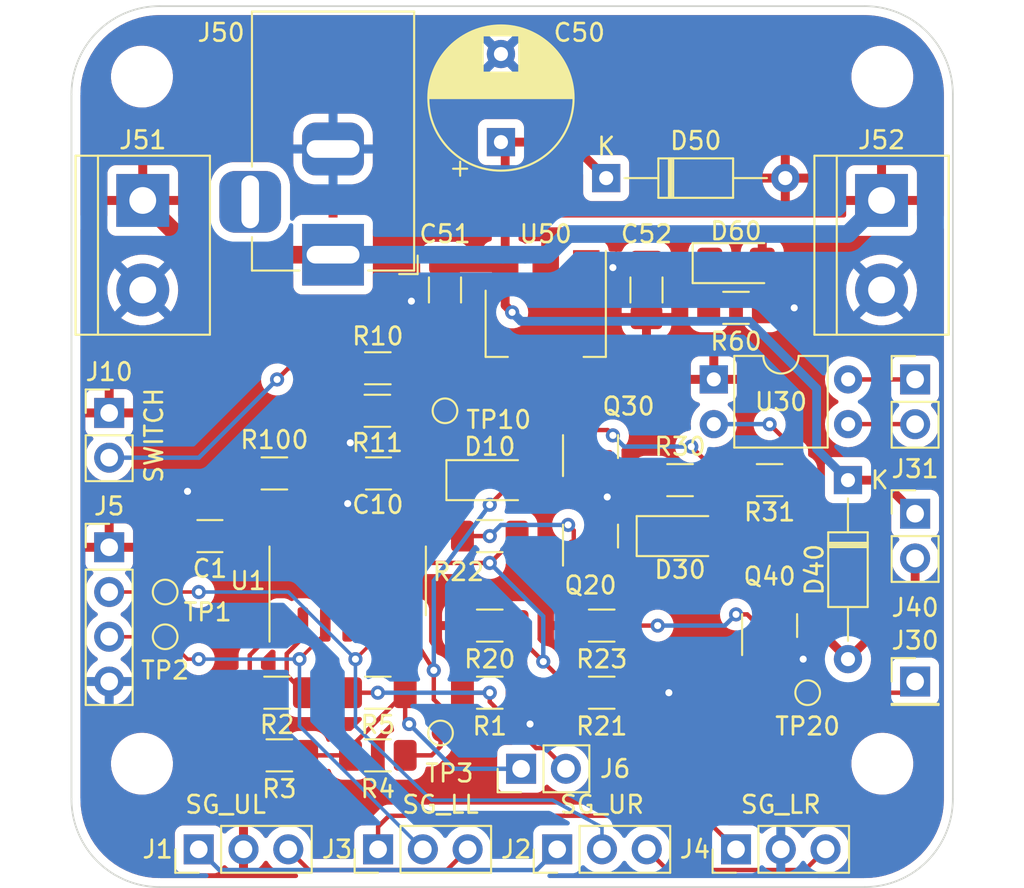
<source format=kicad_pcb>
(kicad_pcb (version 20211014) (generator pcbnew)
  (layers (0 "F.Cu" signal) (31 "B.Cu" signal) (34 "B.Paste" user) (35 "F.Paste" user) (36 "B.SilkS" user "B.Silkscreen") (37 "F.SilkS" user "F.Silkscreen") (38 "B.Mask" user) (39 "F.Mask" user) (44 "Edge.Cuts" user))
  (net 0 "")
  (net 1 "E+")
  (net 2 "E-")
  (net 3 "DEBOUNCED")
  (net 4 "+12V")
  (net 5 "DIFF")
  (net 6 "Net-(D30-Pad1)")
  (net 7 "Net-(D40-Pad2)")
  (net 8 "+12VA")
  (net 9 "Net-(J1-Pad1)")
  (net 10 "Net-(J1-Pad3)")
  (net 11 "S+")
  (net 12 "Net-(J2-Pad3)")
  (net 13 "Net-(J3-Pad1)")
  (net 14 "S-")
  (net 15 "SWITCH")
  (net 16 "PRESENCE")
  (net 17 "Net-(J31-Pad1)")
  (net 18 "Net-(J31-Pad2)")
  (net 19 "Net-(Q20-Pad1)")
  (net 20 "Net-(Q30-Pad3)")
  (net 21 "Net-(R1-Pad1)")
  (net 22 "Net-(R2-Pad2)")
  (net 23 "Net-(R3-Pad2)")
  (net 24 "Net-(R20-Pad2)")
  (net 25 "Net-(R31-Pad1)")
  (net 26 "Net-(R100-Pad1)")
  (net 27 "Net-(R100-Pad2)")
  (net 28 "Net-(D60-Pad1)")
  (footprint "Package_TO_SOT_SMD:SOT-23" (layer "F.Cu") (at 89.605 85.16 90)
    (fp_text reference "Q40" (at 2.794 0 180) (layer "F.SilkS"))
    (fp_text value "AO3400A")
    (pad "1" smd roundrect (at -0.9375 -0.95 90) (size 1.475 0.6) (layers "F.Cu" "F.Paste" "F.Mask") (net 16 "PRESENCE"))
    (pad "2" smd roundrect (at -0.9375 0.95 90) (size 1.475 0.6) (layers "F.Cu" "F.Paste" "F.Mask") (net 2 "E-"))
    (pad "3" smd roundrect (at 0.9375 0 90) (size 1.475 0.6) (layers "F.Cu" "F.Paste" "F.Mask") (net 7 "Net-(D40-Pad2)"))
  )
  (footprint "Package_TO_SOT_SMD:SOT-223-3_TabPin2" (layer "F.Cu") (at 76.905 68 -90)
    (fp_text reference "U50" (at -5.065 0 180) (layer "F.SilkS"))
    (fp_text value "AMS1117-5.0")
    (pad "1" smd rect (at -3.15 -2.3 270) (size 2 1.5) (layers "F.Cu" "F.Paste" "F.Mask") (net 2 "E-"))
    (pad "2" smd rect (at 3.15 0 270) (size 2 3.8) (layers "F.Cu" "F.Paste" "F.Mask") (net 1 "E+"))
    (pad "2" smd rect (at -3.15 0 270) (size 2 1.5) (layers "F.Cu" "F.Paste" "F.Mask") (net 1 "E+"))
    (pad "3" smd rect (at -3.15 2.3 270) (size 2 1.5) (layers "F.Cu" "F.Paste" "F.Mask") (net 4 "+12V"))
  )
  (footprint "Connector_PinHeader_2.54mm:PinHeader_1x02_P2.54mm_Vertical" (layer "F.Cu") (at 97.86 78.81)
    (fp_text reference "J40" (at 0 5.334) (layer "F.SilkS"))
    (fp_text value "EXTERNAL_LOAD")
    (pad "1" thru_hole rect (at 0 0) (size 1.7 1.7) (drill 1) (layers *.Cu *.Mask) (net 4 "+12V"))
    (pad "2" thru_hole oval (at 0 2.54) (size 1.7 1.7) (drill 1) (layers *.Cu *.Mask) (net 7 "Net-(D40-Pad2)"))
  )
  (footprint "Connector_PinHeader_2.54mm:PinHeader_1x02_P2.54mm_Vertical" (layer "F.Cu") (at 97.86 71.19)
    (fp_text reference "J31" (at 0 5.08) (layer "F.SilkS"))
    (fp_text value "OPTO_OUT")
    (pad "1" thru_hole rect (at 0 0) (size 1.7 1.7) (drill 1) (layers *.Cu *.Mask) (net 17 "Net-(J31-Pad1)"))
    (pad "2" thru_hole oval (at 0 2.54) (size 1.7 1.7) (drill 1) (layers *.Cu *.Mask) (net 18 "Net-(J31-Pad2)"))
  )
  (footprint "MountingHole:MountingHole_2.5mm" (layer "F.Cu") (at 96 93)
    (fp_text reference "REF**")
    (fp_text value "MountingHole_2.5mm")
    (pad "" np_thru_hole circle (at 0 0) (size 2.5 2.5) (drill 2.5) (layers *.Cu *.Mask))
  )
  (footprint "Connector_BarrelJack:BarrelJack_Horizontal" (layer "F.Cu") (at 64.84 64.109 -90)
    (fp_text reference "J50" (at -12.604 6.35) (layer "F.SilkS"))
    (fp_text value "12V_IN")
    (pad "1" thru_hole rect (at 0 0 270) (size 3.5 3.5) (drill oval 1 3) (layers *.Cu *.Mask) (net 8 "+12VA"))
    (pad "2" thru_hole roundrect (at -6 0 270) (size 3 3.5) (drill oval 1 3) (layers *.Cu *.Mask) (net 2 "E-"))
    (pad "3" thru_hole roundrect (at -3 4.7 270) (size 3.5 3.5) (drill oval 3 1) (layers *.Cu *.Mask))
  )
  (footprint "Diode_SMD:D_1206_3216Metric_Pad1.42x1.75mm_HandSolder" (layer "F.Cu") (at 73.73 76.905)
    (fp_text reference "D10" (at 0 -1.905) (layer "F.SilkS"))
    (fp_text value "1N4001")
    (pad "1" smd roundrect (at -1.4875 0) (size 1.425 1.75) (layers "F.Cu" "F.Paste" "F.Mask") (roundrect_rratio 0.175439) (net 3 "DEBOUNCED"))
    (pad "2" smd roundrect (at 1.4875 0) (size 1.425 1.75) (layers "F.Cu" "F.Paste" "F.Mask") (roundrect_rratio 0.175439) (net 5 "DIFF"))
  )
  (footprint "Resistor_SMD:R_1206_3216Metric_Pad1.30x1.75mm_HandSolder" (layer "F.Cu") (at 73.73 85.16)
    (fp_text reference "R20" (at 0 1.905) (layer "F.SilkS"))
    (fp_text value "10K")
    (pad "1" smd roundrect (at -1.55 0) (size 1.3 1.75) (layers "F.Cu" "F.Paste" "F.Mask") (roundrect_rratio 0.192308) (net 1 "E+"))
    (pad "2" smd roundrect (at 1.55 0) (size 1.3 1.75) (layers "F.Cu" "F.Paste" "F.Mask") (roundrect_rratio 0.192308) (net 24 "Net-(R20-Pad2)"))
  )
  (footprint "TerminalBlock:TerminalBlock_bornier-2_P5.08mm" (layer "F.Cu") (at 54.045 61.03 -90)
    (fp_text reference "J51" (at -3.429 0 180) (layer "F.SilkS"))
    (fp_text value "POWER_DIST_A")
    (pad "1" thru_hole rect (at 0 0 270) (size 3 3) (drill 1.52) (layers *.Cu *.Mask) (net 8 "+12VA"))
    (pad "2" thru_hole circle (at 5.08 0 270) (size 3 3) (drill 1.52) (layers *.Cu *.Mask) (net 2 "E-"))
  )
  (footprint "Resistor_SMD:R_1206_3216Metric_Pad1.30x1.75mm_HandSolder" (layer "F.Cu") (at 80.08 88.97)
    (fp_text reference "R21" (at 0 1.905) (layer "F.SilkS"))
    (fp_text value "10K")
    (pad "1" smd roundrect (at -1.55 0) (size 1.3 1.75) (layers "F.Cu" "F.Paste" "F.Mask") (roundrect_rratio 0.192308) (net 24 "Net-(R20-Pad2)"))
    (pad "2" smd roundrect (at 1.55 0) (size 1.3 1.75) (layers "F.Cu" "F.Paste" "F.Mask") (roundrect_rratio 0.192308) (net 2 "E-"))
  )
  (footprint "Connector_PinHeader_2.54mm:PinHeader_1x01_P2.54mm_Vertical" (layer "F.Cu") (at 97.86 88.335)
    (fp_text reference "J30" (at 0 -2.33) (layer "F.SilkS"))
    (fp_text value "DIGITAL_OUT_5V")
    (pad "1" thru_hole rect (at 0 0) (size 1.7 1.7) (drill 1) (layers *.Cu *.Mask) (net 16 "PRESENCE"))
  )
  (footprint "Capacitor_SMD:C_1206_3216Metric_Pad1.33x1.80mm_HandSolder" (layer "F.Cu") (at 57.855 80.08 180)
    (fp_text reference "C1" (at 0 -1.85) (layer "F.SilkS"))
    (fp_text value "100nF")
    (pad "1" smd roundrect (at -1.5625 0 180) (size 1.325 1.8) (layers "F.Cu" "F.Paste" "F.Mask") (roundrect_rratio 0.188679) (net 1 "E+"))
    (pad "2" smd roundrect (at 1.5625 0 180) (size 1.325 1.8) (layers "F.Cu" "F.Paste" "F.Mask") (roundrect_rratio 0.188679) (net 2 "E-"))
  )
  (footprint "Connector_PinHeader_2.54mm:PinHeader_1x02_P2.54mm_Vertical" (layer "F.Cu") (at 52.14 73.09)
    (fp_text reference "J10" (at 0 -2.33) (layer "F.SilkS"))
    (fp_text value "SWITCH" (at 2.54 1.27 90) (layer "F.SilkS"))
    (pad "1" thru_hole rect (at 0 0) (size 1.7 1.7) (drill 1) (layers *.Cu *.Mask) (net 1 "E+"))
    (pad "2" thru_hole oval (at 0 2.54) (size 1.7 1.7) (drill 1) (layers *.Cu *.Mask) (net 15 "SWITCH"))
  )
  (footprint "Connector_PinHeader_2.54mm:PinHeader_1x03_P2.54mm_Vertical" (layer "F.Cu") (at 77.555 97.86 90)
    (fp_text reference "J2" (at 0 -2.33 180) (layer "F.SilkS"))
    (fp_text value "SG_UR" (at 2.54 2.54 180) (layer "F.SilkS"))
    (pad "1" thru_hole rect (at 0 0 90) (size 1.7 1.7) (drill 1) (layers *.Cu *.Mask) (net 9 "Net-(J1-Pad1)"))
    (pad "2" thru_hole oval (at 0 2.54 90) (size 1.7 1.7) (drill 1) (layers *.Cu *.Mask) (net 11 "S+"))
    (pad "3" thru_hole oval (at 0 5.08 90) (size 1.7 1.7) (drill 1) (layers *.Cu *.Mask) (net 12 "Net-(J2-Pad3)"))
  )
  (footprint "Resistor_SMD:R_1206_3216Metric_Pad1.30x1.75mm_HandSolder" (layer "F.Cu") (at 67.38 92.526)
    (fp_text reference "R4" (at 0 1.905) (layer "F.SilkS"))
    (fp_text value "100K")
    (pad "1" smd roundrect (at -1.55 0) (size 1.3 1.75) (layers "F.Cu" "F.Paste" "F.Mask") (roundrect_rratio 0.192308) (net 23 "Net-(R3-Pad2)"))
    (pad "2" smd roundrect (at 1.55 0) (size 1.3 1.75) (layers "F.Cu" "F.Paste" "F.Mask") (roundrect_rratio 0.192308) (net 5 "DIFF"))
  )
  (footprint "Resistor_SMD:R_1206_3216Metric_Pad1.30x1.75mm_HandSolder" (layer "F.Cu") (at 84.525 76.905)
    (fp_text reference "R30" (at 0 -1.905) (layer "F.SilkS"))
    (fp_text value "220")
    (pad "1" smd roundrect (at -1.55 0) (size 1.3 1.75) (layers "F.Cu" "F.Paste" "F.Mask") (roundrect_rratio 0.192308) (net 6 "Net-(D30-Pad1)"))
    (pad "2" smd roundrect (at 1.55 0) (size 1.3 1.75) (layers "F.Cu" "F.Paste" "F.Mask") (roundrect_rratio 0.192308) (net 20 "Net-(Q30-Pad3)"))
  )
  (footprint "Resistor_SMD:R_1206_3216Metric_Pad1.30x1.75mm_HandSolder" (layer "F.Cu") (at 61.792 92.526)
    (fp_text reference "R3" (at 0 1.905) (layer "F.SilkS"))
    (fp_text value "1K")
    (pad "1" smd roundrect (at -1.55 0) (size 1.3 1.75) (layers "F.Cu" "F.Paste" "F.Mask") (roundrect_rratio 0.192308) (net 22 "Net-(R2-Pad2)"))
    (pad "2" smd roundrect (at 1.55 0) (size 1.3 1.75) (layers "F.Cu" "F.Paste" "F.Mask") (roundrect_rratio 0.192308) (net 23 "Net-(R3-Pad2)"))
  )
  (footprint "TestPoint:TestPoint_Pad_D1.0mm" (layer "F.Cu") (at 55.315 85.795)
    (fp_text reference "TP2" (at 0 1.905) (layer "F.SilkS"))
    (fp_text value "SenseLow")
    (pad "1" smd circle (at 0 0) (size 1 1) (layers "F.Cu" "F.Mask") (net 14 "S-"))
  )
  (footprint "Diode_THT:D_DO-35_SOD27_P10.16mm_Horizontal" (layer "F.Cu") (at 80.334 59.76)
    (fp_text reference "D50" (at 5.08 -2.12) (layer "F.SilkS"))
    (fp_text value "1N5400")
    (fp_text user "K" (at 0 -1.8) (layer "F.SilkS"))
    (pad "1" thru_hole rect (at 0 0) (size 1.6 1.6) (drill 0.8) (layers *.Cu *.Mask) (net 4 "+12V"))
    (pad "2" thru_hole oval (at 10.16 0) (size 1.6 1.6) (drill 0.8) (layers *.Cu *.Mask) (net 8 "+12VA"))
  )
  (footprint "TestPoint:TestPoint_Pad_D1.0mm" (layer "F.Cu") (at 55.315 83.255)
    (fp_text reference "TP1" (at 2.413 1.143) (layer "F.SilkS"))
    (fp_text value "SenseHigh")
    (pad "1" smd circle (at 0 0) (size 1 1) (layers "F.Cu" "F.Mask") (net 11 "S+"))
  )
  (footprint "TestPoint:TestPoint_Pad_D1.0mm" (layer "F.Cu") (at 91.764 88.97)
    (fp_text reference "TP20" (at 0 1.905) (layer "F.SilkS"))
    (fp_text value "Presence")
    (pad "1" smd circle (at 0 0) (size 1 1) (layers "F.Cu" "F.Mask") (net 16 "PRESENCE"))
  )
  (footprint "Package_TO_SOT_SMD:SOT-23" (layer "F.Cu") (at 79.445 75 90)
    (fp_text reference "Q30" (at 2.286 2.159 180) (layer "F.SilkS"))
    (fp_text value "AO3400A")
    (pad "1" smd roundrect (at -0.9375 -0.95 90) (size 1.475 0.6) (layers "F.Cu" "F.Paste" "F.Mask") (net 16 "PRESENCE"))
    (pad "2" smd roundrect (at -0.9375 0.95 90) (size 1.475 0.6) (layers "F.Cu" "F.Paste" "F.Mask") (net 2 "E-"))
    (pad "3" smd roundrect (at 0.9375 0 90) (size 1.475 0.6) (layers "F.Cu" "F.Paste" "F.Mask") (net 20 "Net-(Q30-Pad3)"))
  )
  (footprint "Capacitor_SMD:C_1206_3216Metric_Pad1.33x1.80mm_HandSolder" (layer "F.Cu") (at 71.19 66.11 -90)
    (fp_text reference "C51" (at -3.175 0 180) (layer "F.SilkS"))
    (fp_text value "100nF")
    (pad "1" smd roundrect (at -1.5625 0 270) (size 1.325 1.8) (layers "F.Cu" "F.Paste" "F.Mask") (roundrect_rratio 0.188679) (net 4 "+12V"))
    (pad "2" smd roundrect (at 1.5625 0 270) (size 1.325 1.8) (layers "F.Cu" "F.Paste" "F.Mask") (roundrect_rratio 0.188679) (net 2 "E-"))
  )
  (footprint "Resistor_SMD:R_1206_3216Metric_Pad1.30x1.75mm_HandSolder" (layer "F.Cu") (at 67.38 70.555)
    (fp_text reference "R10" (at 0 -1.82) (layer "F.SilkS"))
    (fp_text value "1K")
    (pad "1" smd roundrect (at -1.55 0) (size 1.3 1.75) (layers "F.Cu" "F.Paste" "F.Mask") (roundrect_rratio 0.192308) (net 15 "SWITCH"))
    (pad "2" smd roundrect (at 1.55 0) (size 1.3 1.75) (layers "F.Cu" "F.Paste" "F.Mask") (roundrect_rratio 0.192308) (net 3 "DEBOUNCED"))
  )
  (footprint "Capacitor_THT:CP_Radial_D8.0mm_P5.00mm" (layer "F.Cu") (at 74.365 57.717651 90)
    (fp_text reference "C50" (at 6.212651 4.445 180) (layer "F.SilkS"))
    (fp_text value "C_Polarized")
    (pad "1" thru_hole rect (at 0 0 90) (size 1.6 1.6) (drill 0.8) (layers *.Cu *.Mask) (net 4 "+12V"))
    (pad "2" thru_hole circle (at 5 0 90) (size 1.6 1.6) (drill 0.8) (layers *.Cu *.Mask) (net 2 "E-"))
  )
  (footprint "MountingHole:MountingHole_2.5mm" (layer "F.Cu") (at 54 93)
    (fp_text reference "REF**")
    (fp_text value "MountingHole_2.5mm")
    (pad "" np_thru_hole circle (at 0 0) (size 2.5 2.5) (drill 2.5) (layers *.Cu *.Mask))
  )
  (footprint "TestPoint:TestPoint_Pad_D1.0mm" (layer "F.Cu") (at 70.936 91.256)
    (fp_text reference "TP3" (at 0.508 2.286) (layer "F.SilkS"))
    (fp_text value "Difference")
    (pad "1" smd circle (at 0 0) (size 1 1) (layers "F.Cu" "F.Mask") (net 5 "DIFF"))
  )
  (footprint "TestPoint:TestPoint_Pad_D1.0mm" (layer "F.Cu") (at 71.19 72.968)
    (fp_text reference "TP10" (at 3.048 0.508) (layer "F.SilkS"))
    (fp_text value "Debunced")
    (pad "1" smd circle (at 0 0) (size 1 1) (layers "F.Cu" "F.Mask") (net 3 "DEBOUNCED"))
  )
  (footprint "Connector_PinHeader_2.54mm:PinHeader_1x03_P2.54mm_Vertical" (layer "F.Cu") (at 67.395 97.86 90)
    (fp_text reference "J3" (at 0 -2.33 180) (layer "F.SilkS"))
    (fp_text value "SG_LL" (at 2.54 3.541 180) (layer "F.SilkS"))
    (pad "1" thru_hole rect (at 0 0 90) (size 1.7 1.7) (drill 1) (layers *.Cu *.Mask) (net 13 "Net-(J3-Pad1)"))
    (pad "2" thru_hole oval (at 0 2.54 90) (size 1.7 1.7) (drill 1) (layers *.Cu *.Mask) (net 14 "S-"))
    (pad "3" thru_hole oval (at 0 5.08 90) (size 1.7 1.7) (drill 1) (layers *.Cu *.Mask) (net 10 "Net-(J1-Pad3)"))
  )
  (footprint "Resistor_SMD:R_1206_3216Metric_Pad1.30x1.75mm_HandSolder" (layer "F.Cu") (at 61.665 88.97 180)
    (fp_text reference "R2" (at 0 -1.82) (layer "F.SilkS"))
    (fp_text value "1K")
    (pad "1" smd roundrect (at -1.55 0 180) (size 1.3 1.75) (layers "F.Cu" "F.Paste" "F.Mask") (roundrect_rratio 0.192308) (net 21 "Net-(R1-Pad1)"))
    (pad "2" smd roundrect (at 1.55 0 180) (size 1.3 1.75) (layers "F.Cu" "F.Paste" "F.Mask") (roundrect_rratio 0.192308) (net 22 "Net-(R2-Pad2)"))
  )
  (footprint "Resistor_SMD:R_1206_3216Metric_Pad1.30x1.75mm_HandSolder" (layer "F.Cu") (at 89.605 76.905 180)
    (fp_text reference "R31" (at 0 -1.82) (layer "F.SilkS"))
    (fp_text value "220")
    (pad "1" smd roundrect (at -1.55 0 180) (size 1.3 1.75) (layers "F.Cu" "F.Paste" "F.Mask") (roundrect_rratio 0.192308) (net 25 "Net-(R31-Pad1)"))
    (pad "2" smd roundrect (at 1.55 0 180) (size 1.3 1.75) (layers "F.Cu" "F.Paste" "F.Mask") (roundrect_rratio 0.192308) (net 20 "Net-(Q30-Pad3)"))
  )
  (footprint "Resistor_SMD:R_1206_3216Metric_Pad1.30x1.75mm_HandSolder" (layer "F.Cu") (at 73.73 88.97)
    (fp_text reference "R1" (at 0 1.905) (layer "F.SilkS"))
    (fp_text value "100K")
    (pad "1" smd roundrect (at -1.55 0) (size 1.3 1.75) (layers "F.Cu" "F.Paste" "F.Mask") (roundrect_rratio 0.192308) (net 21 "Net-(R1-Pad1)"))
    (pad "2" smd roundrect (at 1.55 0) (size 1.3 1.75) (layers "F.Cu" "F.Paste" "F.Mask") (roundrect_rratio 0.192308) (net 2 "E-"))
  )
  (footprint "Resistor_SMD:R_1206_3216Metric_Pad1.30x1.75mm_HandSolder" (layer "F.Cu") (at 61.512 76.524 180)
    (fp_text reference "R100" (at 0 1.905) (layer "F.SilkS"))
    (fp_text value "10K")
    (pad "1" smd roundrect (at -1.55 0 180) (size 1.3 1.75) (layers "F.Cu" "F.Paste" "F.Mask") (roundrect_rratio 0.192308) (net 26 "Net-(R100-Pad1)"))
    (pad "2" smd roundrect (at 1.55 0 180) (size 1.3 1.75) (layers "F.Cu" "F.Paste" "F.Mask") (roundrect_rratio 0.192308) (net 27 "Net-(R100-Pad2)"))
  )
  (footprint "Resistor_SMD:R_1206_3216Metric_Pad1.30x1.75mm_HandSolder" (layer "F.Cu") (at 80.08 85.16)
    (fp_text reference "R23" (at 0 1.905) (layer "F.SilkS"))
    (fp_text value "10K")
    (pad "1" smd roundrect (at -1.55 0) (size 1.3 1.75) (layers "F.Cu" "F.Paste" "F.Mask") (roundrect_rratio 0.192308) (net 1 "E+"))
    (pad "2" smd roundrect (at 1.55 0) (size 1.3 1.75) (layers "F.Cu" "F.Paste" "F.Mask") (roundrect_rratio 0.192308) (net 16 "PRESENCE"))
  )
  (footprint "Capacitor_SMD:C_1206_3216Metric_Pad1.33x1.80mm_HandSolder" (layer "F.Cu") (at 67.4185 76.524 180)
    (fp_text reference "C10" (at 0.0385 -1.778) (layer "F.SilkS"))
    (fp_text value "C")
    (pad "1" smd roundrect (at -1.5625 0 180) (size 1.325 1.8) (layers "F.Cu" "F.Paste" "F.Mask") (roundrect_rratio 0.188679) (net 3 "DEBOUNCED"))
    (pad "2" smd roundrect (at 1.5625 0 180) (size 1.325 1.8) (layers "F.Cu" "F.Paste" "F.Mask") (roundrect_rratio 0.188679) (net 2 "E-"))
  )
  (footprint "LED_SMD:LED_1206_3216Metric_Pad1.42x1.75mm_HandSolder" (layer "F.Cu") (at 84.525 80.08)
    (fp_text reference "D30" (at 0 1.905) (layer "F.SilkS"))
    (fp_text value "LED")
    (pad "1" smd roundrect (at -1.4875 0) (size 1.425 1.75) (layers "F.Cu" "F.Paste" "F.Mask") (roundrect_rratio 0.175439) (net 6 "Net-(D30-Pad1)"))
    (pad "2" smd roundrect (at 1.4875 0) (size 1.425 1.75) (layers "F.Cu" "F.Paste" "F.Mask") (roundrect_rratio 0.175439) (net 1 "E+"))
  )
  (footprint "MountingHole:MountingHole_2.5mm" (layer "F.Cu") (at 96 54)
    (fp_text reference "REF**")
    (fp_text value "MountingHole_2.5mm")
    (pad "" np_thru_hole circle (at 0 0) (size 2.5 2.5) (drill 2.5) (layers *.Cu *.Mask))
  )
  (footprint "Connector_PinHeader_2.54mm:PinHeader_1x03_P2.54mm_Vertical" (layer "F.Cu") (at 57.22 97.86 90)
    (fp_text reference "J1" (at 0 -2.33 180) (layer "F.SilkS"))
    (fp_text value "SG_UL" (at 2.54 1.524 180) (layer "F.SilkS"))
    (pad "1" thru_hole rect (at 0 0 90) (size 1.7 1.7) (drill 1) (layers *.Cu *.Mask) (net 9 "Net-(J1-Pad1)"))
    (pad "2" thru_hole oval (at 0 2.54 90) (size 1.7 1.7) (drill 1) (layers *.Cu *.Mask) (net 1 "E+"))
    (pad "3" thru_hole oval (at 0 5.08 90) (size 1.7 1.7) (drill 1) (layers *.Cu *.Mask) (net 10 "Net-(J1-Pad3)"))
  )
  (footprint "Connector_PinHeader_2.54mm:PinHeader_1x04_P2.54mm_Vertical" (layer "F.Cu") (at 52.14 80.715)
    (fp_text reference "J5" (at 0 -2.33) (layer "F.SilkS"))
    (fp_text value "BRIDGE")
    (pad "1" thru_hole rect (at 0 0) (size 1.7 1.7) (drill 1) (layers *.Cu *.Mask) (net 1 "E+"))
    (pad "2" thru_hole oval (at 0 2.54) (size 1.7 1.7) (drill 1) (layers *.Cu *.Mask) (net 11 "S+"))
    (pad "3" thru_hole oval (at 0 5.08) (size 1.7 1.7) (drill 1) (layers *.Cu *.Mask) (net 14 "S-"))
    (pad "4" thru_hole oval (at 0 7.62) (size 1.7 1.7) (drill 1) (layers *.Cu *.Mask) (net 2 "E-"))
  )
  (footprint "Resistor_SMD:R_1206_3216Metric_Pad1.30x1.75mm_HandSolder" (layer "F.Cu") (at 67.38 88.97 180)
    (fp_text reference "R5" (at 0 -1.82) (layer "F.SilkS"))
    (fp_text value "47")
    (pad "1" smd roundrect (at -1.55 0 180) (size 1.3 1.75) (layers "F.Cu" "F.Paste" "F.Mask") (roundrect_rratio 0.192308) (net 23 "Net-(R3-Pad2)"))
    (pad "2" smd roundrect (at 1.55 0 180) (size 1.3 1.75) (layers "F.Cu" "F.Paste" "F.Mask") (roundrect_rratio 0.192308) (net 21 "Net-(R1-Pad1)"))
  )
  (footprint "Package_SO:SOIC-14_3.9x8.7mm_P1.27mm" (layer "F.Cu") (at 65.67 82.62 90)
    (fp_text reference "U1" (at 0 -5.656 180) (layer "F.SilkS"))
    (fp_text value "LM324")
    (pad "1" smd roundrect (at -2.475 -3.81 90) (size 1.95 0.6) (layers "F.Cu" "F.Paste" "F.Mask") (net 22 "Net-(R2-Pad2)"))
    (pad "2" smd roundrect (at -2.475 -2.54 90) (size 1.95 0.6) (layers "F.Cu" "F.Paste" "F.Mask") (net 21 "Net-(R1-Pad1)"))
    (pad "3" smd roundrect (at -2.475 -1.27 90) (size 1.95 0.6) (layers "F.Cu" "F.Paste" "F.Mask") (net 14 "S-"))
    (pad "4" smd roundrect (at -2.475 0 90) (size 1.95 0.6) (layers "F.Cu" "F.Paste" "F.Mask") (net 1 "E+"))
    (pad "5" smd roundrect (at -2.475 1.27 90) (size 1.95 0.6) (layers "F.Cu" "F.Paste" "F.Mask") (net 11 "S+"))
    (pad "6" smd roundrect (at -2.475 2.54 90) (size 1.95 0.6) (layers "F.Cu" "F.Paste" "F.Mask") (net 23 "Net-(R3-Pad2)"))
    (pad "7" smd roundrect (at -2.475 3.81 90) (size 1.95 0.6) (layers "F.Cu" "F.Paste" "F.Mask") (net 5 "DIFF"))
    (pad "8" smd roundrect (at 2.475 3.81 90) (size 1.95 0.6) (layers "F.Cu" "F.Paste" "F.Mask") (net 19 "Net-(Q20-Pad1)"))
    (pad "9" smd roundrect (at 2.475 2.54 90) (size 1.95 0.6) (layers "F.Cu" "F.Paste" "F.Mask") (net 3 "DEBOUNCED"))
    (pad "10" smd roundrect (at 2.475 1.27 90) (size 1.95 0.6) (layers "F.Cu" "F.Paste" "F.Mask") (net 24 "Net-(R20-Pad2)"))
    (pad "11" smd roundrect (at 2.475 0 90) (size 1.95 0.6) (layers "F.Cu" "F.Paste" "F.Mask") (net 2 "E-"))
    (pad "12" smd roundrect (at 2.475 -1.27 90) (size 1.95 0.6) (layers "F.Cu" "F.Paste" "F.Mask") (net 2 "E-"))
    (pad "13" smd roundrect (at 2.475 -2.54 90) (size 1.95 0.6) (layers "F.Cu" "F.Paste" "F.Mask") (net 26 "Net-(R100-Pad1)"))
    (pad "14" smd roundrect (at 2.475 -3.81 90) (size 1.95 0.6) (layers "F.Cu" "F.Paste" "F.Mask") (net 27 "Net-(R100-Pad2)"))
  )
  (footprint "Diode_THT:D_DO-35_SOD27_P10.16mm_Horizontal" (layer "F.Cu") (at 94.05 76.905 -90)
    (fp_text reference "D40" (at 5.08 1.905 -90) (layer "F.SilkS"))
    (fp_text value "1N5400")
    (fp_text user "K" (at 0 -1.8) (layer "F.SilkS"))
    (pad "1" thru_hole rect (at 0 0 270) (size 1.6 1.6) (drill 0.8) (layers *.Cu *.Mask) (net 4 "+12V"))
    (pad "2" thru_hole oval (at 10.16 0 270) (size 1.6 1.6) (drill 0.8) (layers *.Cu *.Mask) (net 7 "Net-(D40-Pad2)"))
  )
  (footprint "Resistor_SMD:R_1206_3216Metric_Pad1.30x1.75mm_HandSolder" (layer "F.Cu") (at 67.354 72.968 180)
    (fp_text reference "R11" (at 0 -1.82) (layer "F.SilkS"))
    (fp_text value "R")
    (pad "1" smd roundrect (at -1.55 0 180) (size 1.3 1.75) (layers "F.Cu" "F.Paste" "F.Mask") (roundrect_rratio 0.192308) (net 3 "DEBOUNCED"))
    (pad "2" smd roundrect (at 1.55 0 180) (size 1.3 1.75) (layers "F.Cu" "F.Paste" "F.Mask") (roundrect_rratio 0.192308) (net 2 "E-"))
  )
  (footprint "Package_DIP:DIP-4_W7.62mm" (layer "F.Cu") (at 86.44 71.185)
    (fp_text reference "U30" (at 3.81 1.275) (layer "F.SilkS"))
    (fp_text value "PC817")
    (pad "1" thru_hole rect (at 0 0) (size 1.6 1.6) (drill 0.8) (layers *.Cu *.Mask) (net 1 "E+"))
    (pad "2" thru_hole oval (at 0 2.54) (size 1.6 1.6) (drill 0.8) (layers *.Cu *.Mask) (net 25 "Net-(R31-Pad1)"))
    (pad "3" thru_hole oval (at 7.62 2.54) (size 1.6 1.6) (drill 0.8) (layers *.Cu *.Mask) (net 18 "Net-(J31-Pad2)"))
    (pad "4" thru_hole oval (at 7.62 0) (size 1.6 1.6) (drill 0.8) (layers *.Cu *.Mask) (net 17 "Net-(J31-Pad1)"))
  )
  (footprint "Connector_PinHeader_2.54mm:PinHeader_1x03_P2.54mm_Vertical" (layer "F.Cu") (at 87.7 97.86 90)
    (fp_text reference "J4" (at 0 -2.33 180) (layer "F.SilkS"))
    (fp_text value "SG_LR" (at 2.54 2.54 180) (layer "F.SilkS"))
    (pad "1" thru_hole rect (at 0 0 90) (size 1.7 1.7) (drill 1) (layers *.Cu *.Mask) (net 13 "Net-(J3-Pad1)"))
    (pad "2" thru_hole oval (at 0 2.54 90) (size 1.7 1.7) (drill 1) (layers *.Cu *.Mask) (net 2 "E-"))
    (pad "3" thru_hole oval (at 0 5.08 90) (size 1.7 1.7) (drill 1) (layers *.Cu *.Mask) (net 12 "Net-(J2-Pad3)"))
  )
  (footprint "TerminalBlock:TerminalBlock_bornier-2_P5.08mm" (layer "F.Cu") (at 95.955 61.03 -90)
    (fp_text reference "J52" (at -3.429 0 180) (layer "F.SilkS"))
    (fp_text value "POWER_DIST_B")
    (pad "1" thru_hole rect (at 0 0 270) (size 3 3) (drill 1.52) (layers *.Cu *.Mask) (net 8 "+12VA"))
    (pad "2" thru_hole circle (at 5.08 0 270) (size 3 3) (drill 1.52) (layers *.Cu *.Mask) (net 2 "E-"))
  )
  (footprint "LED_SMD:LED_1206_3216Metric_Pad1.42x1.75mm_HandSolder" (layer "F.Cu") (at 87.7 64.586)
    (fp_text reference "D60" (at 0 -1.82) (layer "F.SilkS"))
    (fp_text value "LED")
    (pad "1" smd roundrect (at -1.4875 0) (size 1.425 1.75) (layers "F.Cu" "F.Paste" "F.Mask") (roundrect_rratio 0.175439) (net 28 "Net-(D60-Pad1)"))
    (pad "2" smd roundrect (at 1.4875 0) (size 1.425 1.75) (layers "F.Cu" "F.Paste" "F.Mask") (roundrect_rratio 0.175439) (net 1 "E+"))
  )
  (footprint "Resistor_SMD:R_1206_3216Metric_Pad1.30x1.75mm_HandSolder" (layer "F.Cu") (at 73.73 80.08 180)
    (fp_text reference "R22" (at 1.778 -2.032) (layer "F.SilkS"))
    (fp_text value "47K")
    (pad "1" smd roundrect (at -1.55 0 180) (size 1.3 1.75) (layers "F.Cu" "F.Paste" "F.Mask") (roundrect_rratio 0.192308) (net 24 "Net-(R20-Pad2)"))
    (pad "2" smd roundrect (at 1.55 0 180) (size 1.3 1.75) (layers "F.Cu" "F.Paste" "F.Mask") (roundrect_rratio 0.192308) (net 19 "Net-(Q20-Pad1)"))
  )
  (footprint "Connector_PinHeader_2.54mm:PinHeader_1x02_P2.54mm_Vertical" (layer "F.Cu") (at 75.508 93.288 90)
    (fp_text reference "J6" (at 0 5.334 180) (layer "F.SilkS"))
    (fp_text value "GAIN")
    (pad "1" thru_hole rect (at 0 0 90) (size 1.7 1.7) (drill 1) (layers *.Cu *.Mask) (net 23 "Net-(R3-Pad2)"))
    (pad "2" thru_hole oval (at 0 2.54 90) (size 1.7 1.7) (drill 1) (layers *.Cu *.Mask) (net 21 "Net-(R1-Pad1)"))
  )
  (footprint "MountingHole:MountingHole_2.5mm" (layer "F.Cu") (at 54 54)
    (fp_text reference "REF**")
    (fp_text value "MountingHole_2.5mm")
    (pad "" np_thru_hole circle (at 0 0) (size 2.5 2.5) (drill 2.5) (layers *.Cu *.Mask))
  )
  (footprint "Package_TO_SOT_SMD:SOT-23" (layer "F.Cu") (at 79.445 80.08 90)
    (fp_text reference "Q20" (at -2.794 0 180) (layer "F.SilkS"))
    (fp_text value "AO3400A")
    (pad "1" smd roundrect (at -0.9375 -0.95 90) (size 1.475 0.6) (layers "F.Cu" "F.Paste" "F.Mask") (net 19 "Net-(Q20-Pad1)"))
    (pad "2" smd roundrect (at -0.9375 0.95 90) (size 1.475 0.6) (layers "F.Cu" "F.Paste" "F.Mask") (net 2 "E-"))
    (pad "3" smd roundrect (at 0.9375 0 90) (size 1.475 0.6) (layers "F.Cu" "F.Paste" "F.Mask") (net 16 "PRESENCE"))
  )
  (footprint "Resistor_SMD:R_1206_3216Metric_Pad1.30x1.75mm_HandSolder" (layer "F.Cu") (at 87.7 67.126)
    (fp_text reference "R60" (at 0 1.905 180) (layer "F.SilkS"))
    (fp_text value "220")
    (pad "1" smd roundrect (at -1.55 0) (size 1.3 1.75) (layers "F.Cu" "F.Paste" "F.Mask") (roundrect_rratio 0.192308) (net 28 "Net-(D60-Pad1)"))
    (pad "2" smd roundrect (at 1.55 0) (size 1.3 1.75) (layers "F.Cu" "F.Paste" "F.Mask") (roundrect_rratio 0.192308) (net 2 "E-"))
  )
  (footprint "Capacitor_SMD:C_1206_3216Metric_Pad1.33x1.80mm_HandSolder" (layer "F.Cu") (at 82.62 66.11 90)
    (fp_text reference "C52" (at 3.175 0 180) (layer "F.SilkS"))
    (fp_text value "100nF")
    (pad "1" smd roundrect (at -1.5625 0 90) (size 1.325 1.8) (layers "F.Cu" "F.Paste" "F.Mask") (roundrect_rratio 0.188679) (net 1 "E+"))
    (pad "2" smd roundrect (at 1.5625 0 90) (size 1.325 1.8) (layers "F.Cu" "F.Paste" "F.Mask") (roundrect_rratio 0.188679) (net 2 "E-"))
  )
  (gr_arc (start 95 50) (mid 98.535534 51.464466) (end 100 55) (layer "Edge.Cuts") (width 0.1))
  (gr_line (start 95 100) (end 55 100) (layer "Edge.Cuts") (width 0.1))
  (gr_arc (start 100 95) (mid 98.535534 98.535534) (end 95 100) (layer "Edge.Cuts") (width 0.1))
  (gr_arc (start 50 55) (mid 51.464466 51.464466) (end 55 50) (layer "Edge.Cuts") (width 0.1))
  (gr_line (start 100 55) (end 100 95) (layer "Edge.Cuts") (width 0.1))
  (gr_arc (start 55 100) (mid 51.464466 98.535534) (end 50 95) (layer "Edge.Cuts") (width 0.1))
  (gr_line (start 55 50) (end 95 50) (layer "Edge.Cuts") (width 0.1))
  (gr_line (start 50 95) (end 50 55) (layer "Edge.Cuts") (width 0.1))
  (segment (start 81.63 88.97) (end 83.89 88.97) (width 0.2) (layer "F.Cu") (net 2))
  (segment (start 65.8175 76.905) (end 65.8175 74.7845) (width 0.2) (layer "F.Cu") (net 2))
  (segment (start 90.555 86.0975) (end 90.555 86.11) (width 0.2) (layer "F.Cu") (net 2))
  (segment (start 82.62 64.5475) (end 81.0075 64.5475) (width 0.2) (layer "F.Cu") (net 2))
  (segment (start 64.4 80.145) (end 65.67 80.145) (width 0.2) (layer "F.Cu") (net 2))
  (segment (start 79.205 64.85) (end 80.705 64.85) (width 0.2) (layer "F.Cu") (net 2))
  (segment (start 56.2925 80.08) (end 56.2925 77.8325) (width 0.2) (layer "F.Cu") (net 2))
  (segment (start 90.555 86.11) (end 91.51 87.065) (width 0.5) (layer "F.Cu") (net 2))
  (segment (start 80.395 77.86) (end 80.395 81.0175) (width 0.2) (layer "F.Cu") (net 2))
  (segment (start 75.28 90.012) (end 75.28 88.97) (width 0.2) (layer "F.Cu") (net 2))
  (segment (start 69.285 66.745) (end 71.19 67.6725) (width 0.2) (layer "F.Cu") (net 2))
  (segment (start 76.016 90.748) (end 75.28 90.012) (width 0.2) (layer "F.Cu") (net 2))
  (segment (start 65.8175 73.7425) (end 65.83 73.73) (width 0.2) (layer "F.Cu") (net 2))
  (segment (start 80.705 64.85) (end 80.715 64.84) (width 0.2) (layer "F.Cu") (net 2))
  (segment (start 65.8175 74.7845) (end 65.8175 73.7425) (width 0.2) (layer "F.Cu") (net 2))
  (segment (start 56.2925 77.8325) (end 56.585 77.54) (width 0.2) (layer "F.Cu") (net 2))
  (segment (start 91.002 67.126) (end 89.25 67.126) (width 0.2) (layer "F.Cu") (net 2))
  (segment (start 65.67 77.0525) (end 65.8175 76.905) (width 0.2) (layer "F.Cu") (net 2))
  (segment (start 65.67 80.145) (end 65.67 78.234) (width 0.2) (layer "F.Cu") (net 2))
  (segment (start 80.395 75.9375) (end 80.395 77.86) (width 0.2) (layer "F.Cu") (net 2))
  (segment (start 65.67 78.234) (end 65.67 77.0525) (width 0.2) (layer "F.Cu") (net 2))
  (segment (start 81.0075 64.5475) (end 80.715 64.84) (width 0.2) (layer "F.Cu") (net 2))
  (via (at 83.89 88.97) (size 0.8) (drill 0.4) (layers "F.Cu" "B.Cu") (net 2))
  (via (at 91.51 87.065) (size 0.8) (drill 0.4) (layers "F.Cu" "B.Cu") (net 2))
  (via (at 65.8175 74.7845) (size 0.8) (drill 0.4) (layers "F.Cu" "B.Cu") (net 2))
  (via (at 56.585 77.54) (size 0.8) (drill 0.4) (layers "F.Cu" "B.Cu") (net 2))
  (via (at 80.715 64.84) (size 0.8) (drill 0.4) (layers "F.Cu" "B.Cu") (net 2))
  (via (at 76.016 90.748) (size 0.8) (drill 0.4) (layers "F.Cu" "B.Cu") (net 2))
  (via (at 65.67 78.234) (size 0.8) (drill 0.4) (layers "F.Cu" "B.Cu") (net 2))
  (via (at 91.002 67.126) (size 0.8) (drill 0.4) (layers "F.Cu" "B.Cu") (net 2))
  (via (at 69.285 66.745) (size 0.8) (drill 0.4) (layers "F.Cu" "B.Cu") (net 2))
  (via (at 80.395 77.86) (size 0.8) (drill 0.4) (layers "F.Cu" "B.Cu") (net 2))
  (segment (start 68.93 72.942) (end 68.904 72.968) (width 0.25) (layer "F.Cu") (net 3))
  (segment (start 68.21 77.6375) (end 68.9425 76.905) (width 0.25) (layer "F.Cu") (net 3))
  (segment (start 72.2425 76.905) (end 68.9425 76.905) (width 0.25) (layer "F.Cu") (net 3))
  (segment (start 68.93 70.555) (end 68.93 72.942) (width 0.25) (layer "F.Cu") (net 3))
  (segment (start 68.21 80.145) (end 68.21 77.6375) (width 0.25) (layer "F.Cu") (net 3))
  (segment (start 68.904 72.968) (end 71.19 72.968) (width 0.25) (layer "F.Cu") (net 3))
  (segment (start 68.93 76.8925) (end 68.9425 76.905) (width 0.25) (layer "F.Cu") (net 3))
  (segment (start 68.93 73.73) (end 68.93 76.8925) (width 0.25) (layer "F.Cu") (net 3))
  (segment (start 75 67.38) (end 74.605 66.985) (width 0.5) (layer "F.Cu") (net 4))
  (segment (start 74.365 57.717651) (end 78.291651 57.717651) (width 0.5) (layer "F.Cu") (net 4))
  (segment (start 74.605 64.85) (end 71.4925 64.85) (width 0.5) (layer "F.Cu") (net 4))
  (segment (start 74.605 66.985) (end 74.605 64.85) (width 0.5) (layer "F.Cu") (net 4))
  (segment (start 78.291651 57.717651) (end 80.334 59.76) (width 0.5) (layer "F.Cu") (net 4))
  (segment (start 71.4925 64.85) (end 71.19 64.5475) (width 0.5) (layer "F.Cu") (net 4))
  (segment (start 94.05 76.905) (end 95.955 76.905) (width 0.5) (layer "F.Cu") (net 4))
  (segment (start 95.955 76.905) (end 97.86 78.81) (width 0.5) (layer "F.Cu") (net 4))
  (segment (start 74.605 64.85) (end 74.605 57.957651) (width 0.5) (layer "F.Cu") (net 4))
  (segment (start 74.605 57.957651) (end 74.365 57.717651) (width 0.5) (layer "F.Cu") (net 4))
  (via (at 75 67.38) (size 0.8) (drill 0.4) (layers "F.Cu" "B.Cu") (net 4))
  (segment (start 75 67.38) (end 75.508 67.888) (width 0.5) (layer "B.Cu") (net 4))
  (segment (start 88.462 67.888) (end 92.272 71.698) (width 0.5) (layer "B.Cu") (net 4))
  (segment (start 94.05 76.905) (end 92.272 75.127) (width 0.5) (layer "B.Cu") (net 4))
  (segment (start 75.508 67.888) (end 88.462 67.888) (width 0.5) (layer "B.Cu") (net 4))
  (segment (start 92.272 71.698) (end 92.272 75.127) (width 0.5) (layer "B.Cu") (net 4))
  (segment (start 70.555 87.7) (end 69.48 85.99) (width 0.25) (layer "F.Cu") (net 5))
  (segment (start 70.428 92.526) (end 70.936 92.018) (width 0.25) (layer "F.Cu") (net 5))
  (segment (start 69.48 85.99) (end 69.48 85.095) (width 0.25) (layer "F.Cu") (net 5))
  (segment (start 70.555 89.351) (end 70.936 89.732) (width 0.25) (layer "F.Cu") (net 5))
  (segment (start 70.936 89.732) (end 70.936 91.256) (width 0.25) (layer "F.Cu") (net 5))
  (segment (start 70.936 92.018) (end 70.936 91.256) (width 0.25) (layer "F.Cu") (net 5))
  (segment (start 70.555 87.7) (end 70.555 89.351) (width 0.25) (layer "F.Cu") (net 5))
  (segment (start 75.2175 76.905) (end 75.127 76.905) (width 0.25) (layer "F.Cu") (net 5))
  (segment (start 75.127 76.905) (end 73.73 78.302) (width 0.25) (layer "F.Cu") (net 5))
  (segment (start 68.93 92.526) (end 70.428 92.526) (width 0.25) (layer "F.Cu") (net 5))
  (via (at 70.555 87.7) (size 0.8) (drill 0.4) (layers "F.Cu" "B.Cu") (net 5))
  (via (at 73.73 78.302) (size 0.8) (drill 0.4) (layers "F.Cu" "B.Cu") (net 5))
  (segment (start 70.555 87.7) (end 70.555 82.62) (width 0.25) (layer "B.Cu") (net 5))
  (segment (start 70.555 82.62) (end 73.73 78.302) (width 0.25) (layer "B.Cu") (net 5))
  (segment (start 82.975 80.0175) (end 83.0375 80.08) (width 0.25) (layer "F.Cu") (net 6))
  (segment (start 82.975 76.905) (end 82.975 80.0175) (width 0.25) (layer "F.Cu") (net 6))
  (segment (start 89.605 84.2225) (end 91.2075 84.2225) (width 0.5) (layer "F.Cu") (net 7))
  (segment (start 97.86 83.255) (end 94.05 87.065) (width 0.5) (layer "F.Cu") (net 7))
  (segment (start 91.2075 84.2225) (end 94.05 87.065) (width 0.5) (layer "F.Cu") (net 7))
  (segment (start 97.86 81.35) (end 97.86 83.255) (width 0.5) (layer "F.Cu") (net 7))
  (segment (start 54.045 61.03) (end 57.124 64.109) (width 1) (layer "F.Cu") (net 8))
  (segment (start 57.124 64.109) (end 64.84 64.109) (width 1) (layer "F.Cu") (net 8))
  (segment (start 69.381 64.109) (end 74.461 64.109) (width 1) (layer "B.Cu") (net 8))
  (segment (start 75.731 64.109) (end 77.001 64.109) (width 1) (layer "B.Cu") (net 8))
  (segment (start 95.955 61.03) (end 94.05 62.935) (width 1) (layer "B.Cu") (net 8))
  (segment (start 74.461 64.109) (end 75.731 64.109) (width 1) (layer "B.Cu") (net 8))
  (segment (start 78.175 62.935) (end 77.001 64.109) (width 1) (layer "B.Cu") (net 8))
  (segment (start 64.84 64.109) (end 69.381 64.109) (width 1) (layer "B.Cu") (net 8))
  (segment (start 94.05 62.935) (end 78.175 62.935) (width 1) (layer "B.Cu") (net 8))
  (segment (start 58.394511 99.034511) (end 76.380489 99.034511) (width 0.25) (layer "B.Cu") (net 9))
  (segment (start 57.22 97.86) (end 58.394511 99.034511) (width 0.25) (layer "B.Cu") (net 9))
  (segment (start 76.380489 99.034511) (end 77.555 97.86) (width 0.25) (layer "B.Cu") (net 9))
  (segment (start 63.474511 99.034511) (end 71.300489 99.034511) (width 0.25) (layer "F.Cu") (net 10))
  (segment (start 62.3 97.86) (end 63.474511 99.034511) (width 0.25) (layer "F.Cu") (net 10))
  (segment (start 71.300489 99.034511) (end 72.475 97.86) (width 0.25) (layer "F.Cu") (net 10))
  (segment (start 52.14 83.255) (end 55.315 83.255) (width 0.2) (layer "F.Cu") (net 11))
  (segment (start 66.94 86.235) (end 66.11 87.065) (width 0.2) (layer "F.Cu") (net 11))
  (segment (start 66.94 85.095) (end 66.94 86.235) (width 0.2) (layer "F.Cu") (net 11))
  (segment (start 57.22 83.255) (end 55.315 83.255) (width 0.2) (layer "F.Cu") (net 11))
  (via (at 57.22 83.255) (size 0.8) (drill 0.4) (layers "F.Cu" "B.Cu") (net 11))
  (via (at 66.11 87.065) (size 0.8) (drill 0.4) (layers "F.Cu" "B.Cu") (net 11))
  (segment (start 80.095 96.605) (end 77.286 95.066) (width 0.2) (layer "B.Cu") (net 11))
  (segment (start 66.11 87.065) (end 62.3 83.255) (width 0.2) (layer "B.Cu") (net 11))
  (segment (start 80.095 97.86) (end 80.095 96.605) (width 0.2) (layer "B.Cu") (net 11))
  (segment (start 62.3 83.255) (end 57.22 83.255) (width 0.2) (layer "B.Cu") (net 11))
  (segment (start 66.11 90.875) (end 66.11 87.065) (width 0.2) (layer "B.Cu") (net 11))
  (segment (start 70.428 95.066) (end 66.11 90.875) (width 0.2) (layer "B.Cu") (net 11))
  (segment (start 77.286 95.066) (end 70.428 95.066) (width 0.2) (layer "B.Cu") (net 11))
  (segment (start 91.605489 99.034511) (end 83.809511 99.034511) (width 0.25) (layer "F.Cu") (net 12))
  (segment (start 83.809511 99.034511) (end 82.635 97.86) (width 0.25) (layer "F.Cu") (net 12))
  (segment (start 92.78 97.86) (end 91.605489 99.034511) (width 0.25) (layer "F.Cu") (net 12))
  (segment (start 67.395 96.575) (end 68.015 95.955) (width 0.25) (layer "F.Cu") (net 13))
  (segment (start 68.015 95.955) (end 85.795 95.955) (width 0.25) (layer "F.Cu") (net 13))
  (segment (start 85.795 95.955) (end 87.7 97.86) (width 0.25) (layer "F.Cu") (net 13))
  (segment (start 67.395 97.86) (end 67.395 96.575) (width 0.25) (layer "F.Cu") (net 13))
  (segment (start 64.4 85.6) (end 62.935 87.065) (width 0.2) (layer "F.Cu") (net 14))
  (segment (start 56.585 87.065) (end 55.315 85.795) (width 0.2) (layer "F.Cu") (net 14))
  (segment (start 64.4 85.095) (end 64.4 85.6) (width 0.2) (layer "F.Cu") (net 14))
  (segment (start 52.14 85.795) (end 55.315 85.795) (width 0.2) (layer "F.Cu") (net 14))
  (segment (start 57.22 87.065) (end 56.585 87.065) (width 0.2) (layer "F.Cu") (net 14))
  (via (at 62.935 87.065) (size 0.8) (drill 0.4) (layers "F.Cu" "B.Cu") (net 14))
  (via (at 57.22 87.065) (size 0.8) (drill 0.4) (layers "F.Cu" "B.Cu") (net 14))
  (segment (start 62.935 87.065) (end 57.22 87.065) (width 0.2) (layer "B.Cu") (net 14))
  (segment (start 62.935 87.065) (end 62.935 90.86) (width 0.2) (layer "B.Cu") (net 14))
  (segment (start 62.935 90.86) (end 69.935 97.86) (width 0.2) (layer "B.Cu") (net 14))
  (segment (start 62.3 70.555) (end 61.665 71.19) (width 0.25) (layer "F.Cu") (net 15))
  (segment (start 65.83 70.555) (end 62.3 70.555) (width 0.25) (layer "F.Cu") (net 15))
  (via (at 61.665 71.19) (size 0.8) (drill 0.4) (layers "F.Cu" "B.Cu") (net 15))
  (segment (start 57.225 75.63) (end 52.14 75.63) (width 0.25) (layer "B.Cu") (net 15))
  (segment (start 61.665 71.19) (end 57.225 75.63) (width 0.25) (layer "B.Cu") (net 15))
  (segment (start 81.63 83.661072) (end 81.63 85.16) (width 0.25) (layer "F.Cu") (net 16))
  (segment (start 90.494 88.97) (end 91.764 88.97) (width 0.25) (layer "F.Cu") (net 16))
  (segment (start 88.655 84.845) (end 88.655 86.0975) (width 0.25) (layer "F.Cu") (net 16))
  (segment (start 88.655 87.131) (end 90.494 88.97) (width 0.25) (layer "F.Cu") (net 16))
  (segment (start 87.7 84.525) (end 88.335 84.525) (width 0.25) (layer "F.Cu") (net 16))
  (segment (start 81.63 85.16) (end 83.255 85.16) (width 0.25) (layer "F.Cu") (net 16))
  (segment (start 88.655 86.0975) (end 88.655 87.131) (width 0.25) (layer "F.Cu") (net 16))
  (segment (start 78.495 75.9375) (end 78.495 76.59) (width 0.25) (layer "F.Cu") (net 16))
  (segment (start 97.225 88.97) (end 97.86 88.335) (width 0.25) (layer "F.Cu") (net 16))
  (segment (start 88.335 84.525) (end 88.655 84.845) (width 0.25) (layer "F.Cu") (net 16))
  (segment (start 91.764 88.97) (end 97.225 88.97) (width 0.25) (layer "F.Cu") (net 16))
  (segment (start 79.445 79.1425) (end 79.445 81.985) (width 0.25) (layer "F.Cu") (net 16))
  (segment (start 79.445 81.985) (end 81.63 83.661072) (width 0.25) (layer "F.Cu") (net 16))
  (segment (start 78.495 76.59) (end 79.445 77.54) (width 0.25) (layer "F.Cu") (net 16))
  (segment (start 79.445 77.54) (end 79.445 79.1425) (width 0.25) (layer "F.Cu") (net 16))
  (via (at 87.7 84.525) (size 0.8) (drill 0.4) (layers "F.Cu" "B.Cu") (net 16))
  (via (at 83.255 85.16) (size 0.8) (drill 0.4) (layers "F.Cu" "B.Cu") (net 16))
  (segment (start 83.255 85.16) (end 87.065 85.16) (width 0.25) (layer "B.Cu") (net 16))
  (segment (start 87.065 85.16) (end 87.7 84.525) (width 0.25) (layer "B.Cu") (net 16))
  (segment (start 97.86 71.19) (end 94.065 71.19) (width 0.25) (layer "F.Cu") (net 17))
  (segment (start 94.065 71.19) (end 94.06 71.185) (width 0.25) (layer "F.Cu") (net 17))
  (segment (start 94.06 73.725) (end 97.855 73.725) (width 0.25) (layer "F.Cu") (net 18))
  (segment (start 97.855 73.725) (end 97.86 73.73) (width 0.25) (layer "F.Cu") (net 18))
  (segment (start 78.495 79.765) (end 78.175 79.445) (width 0.25) (layer "F.Cu") (net 19))
  (segment (start 72.115 80.145) (end 72.18 80.08) (width 0.25) (layer "F.Cu") (net 19))
  (segment (start 69.48 80.145) (end 72.115 80.145) (width 0.25) (layer "F.Cu") (net 19))
  (segment (start 78.495 81.0175) (end 78.495 79.765) (width 0.25) (layer "F.Cu") (net 19))
  (segment (start 72.18 80.08) (end 73.73 80.08) (width 0.25) (layer "F.Cu") (net 19))
  (via (at 78.175 79.445) (size 0.8) (drill 0.4) (layers "F.Cu" "B.Cu") (net 19))
  (via (at 73.73 80.08) (size 0.8) (drill 0.4) (layers "F.Cu" "B.Cu") (net 19))
  (segment (start 73.73 80.08) (end 74.365 79.445) (width 0.25) (layer "B.Cu") (net 19))
  (segment (start 74.365 79.445) (end 78.175 79.445) (width 0.25) (layer "B.Cu") (net 19))
  (segment (start 86.075 75.915) (end 86.075 76.905) (width 0.25) (layer "F.Cu") (net 20))
  (segment (start 80.4125 74.0625) (end 80.715 74.365) (width 0.25) (layer "F.Cu") (net 20))
  (segment (start 79.445 74.0625) (end 80.4125 74.0625) (width 0.25) (layer "F.Cu") (net 20))
  (segment (start 85.16 75) (end 86.075 75.915) (width 0.25) (layer "F.Cu") (net 20))
  (segment (start 86.075 76.905) (end 88.055 76.905) (width 0.25) (layer "F.Cu") (net 20))
  (via (at 85.16 75) (size 0.8) (drill 0.4) (layers "F.Cu" "B.Cu") (net 20))
  (via (at 80.715 74.365) (size 0.8) (drill 0.4) (layers "F.Cu" "B.Cu") (net 20))
  (segment (start 81.35 75) (end 85.16 75) (width 0.25) (layer "B.Cu") (net 20))
  (segment (start 80.715 74.365) (end 81.35 75) (width 0.25) (layer "B.Cu") (net 20))
  (segment (start 72.18 88.97) (end 73.73 88.97) (width 0.25) (layer "F.Cu") (net 21))
  (segment (start 76.873489 92.113489) (end 78.048 93.288) (width 0.25) (layer "F.Cu") (net 21))
  (segment (start 62.210499 86.764901) (end 62.210499 87.965499) (width 0.25) (layer "F.Cu") (net 21))
  (segment (start 63.215 88.97) (end 65.83 88.97) (width 0.25) (layer "F.Cu") (net 21))
  (segment (start 63.13 85.8454) (end 62.210499 86.764901) (width 0.25) (layer "F.Cu") (net 21))
  (segment (start 73.73 88.97) (end 73.73 89.486614) (width 0.25) (layer "F.Cu") (net 21))
  (segment (start 63.13 85.095) (end 63.13 85.8454) (width 0.25) (layer "F.Cu") (net 21))
  (segment (start 76.356875 92.113489) (end 76.873489 92.113489) (width 0.25) (layer "F.Cu") (net 21))
  (segment (start 65.83 88.97) (end 67.38 88.97) (width 0.25) (layer "F.Cu") (net 21))
  (segment (start 73.73 89.486614) (end 76.356875 92.113489) (width 0.25) (layer "F.Cu") (net 21))
  (segment (start 62.210499 87.965499) (end 63.215 88.97) (width 0.25) (layer "F.Cu") (net 21))
  (via (at 73.73 88.97) (size 0.8) (drill 0.4) (layers "F.Cu" "B.Cu") (net 21))
  (via (at 67.38 88.97) (size 0.8) (drill 0.4) (layers "F.Cu" "B.Cu") (net 21))
  (segment (start 67.38 88.97) (end 73.73 88.97) (width 0.25) (layer "B.Cu") (net 21))
  (segment (start 60.115 86.84) (end 60.115 88.97) (width 0.25) (layer "F.Cu") (net 22))
  (segment (start 60.115 88.97) (end 60.115 92.399) (width 0.25) (layer "F.Cu") (net 22))
  (segment (start 60.115 92.399) (end 60.242 92.526) (width 0.25) (layer "F.Cu") (net 22))
  (segment (start 61.86 85.095) (end 60.115 86.84) (width 0.25) (layer "F.Cu") (net 22))
  (segment (start 68.93 87.345) (end 68.21 86.625) (width 0.25) (layer "F.Cu") (net 23))
  (segment (start 68.93 88.97) (end 68.93 90.52) (width 0.25) (layer "F.Cu") (net 23))
  (segment (start 63.342 92.526) (end 65.83 92.526) (width 0.25) (layer "F.Cu") (net 23))
  (segment (start 65.83 92.07) (end 65.83 92.526) (width 0.25) (layer "F.Cu") (net 23))
  (segment (start 68.93 88.97) (end 68.93 87.345) (width 0.25) (layer "F.Cu") (net 23))
  (segment (start 68.93 88.97) (end 65.83 92.07) (width 0.25) (layer "F.Cu") (net 23))
  (segment (start 68.93 90.52) (end 69.158 90.748) (width 0.25) (layer "F.Cu") (net 23))
  (segment (start 68.21 86.625) (end 68.21 85.095) (width 0.25) (layer "F.Cu") (net 23))
  (via (at 69.158 90.748) (size 0.8) (drill 0.4) (layers "F.Cu" "B.Cu") (net 23))
  (segment (start 71.698 93.288) (end 75.508 93.288) (width 0.25) (layer "B.Cu") (net 23))
  (segment (start 69.158 90.748) (end 71.698 93.288) (width 0.25) (layer "B.Cu") (net 23))
  (segment (start 76.765 87.205) (end 78.53 88.97) (width 0.25) (layer "F.Cu") (net 24))
  (segment (start 73.756 81.604) (end 75.28 80.08) (width 0.25) (layer "F.Cu") (net 24))
  (segment (start 75.28 85.16) (end 75.28 85.72) (width 0.25) (layer "F.Cu") (net 24))
  (segment (start 75.28 85.72) (end 76.765 87.205) (width 0.25) (layer "F.Cu") (net 24))
  (segment (start 67.38 81.604) (end 73.73 81.604) (width 0.25) (layer "F.Cu") (net 24))
  (segment (start 73.73 81.604) (end 73.756 81.604) (width 0.25) (layer "F.Cu") (net 24))
  (segment (start 66.94 80.145) (end 66.94 81.164) (width 0.25) (layer "F.Cu") (net 24))
  (segment (start 66.94 81.164) (end 67.38 81.604) (width 0.25) (layer "F.Cu") (net 24))
  (via (at 73.73 81.604) (size 0.8) (drill 0.4) (layers "F.Cu" "B.Cu") (net 24))
  (via (at 76.765 87.205) (size 0.8) (drill 0.4) (layers "F.Cu" "B.Cu") (net 24))
  (segment (start 76.765 84.639) (end 73.73 81.604) (width 0.25) (layer "B.Cu") (net 24))
  (segment (start 76.765 87.205) (end 76.765 84.639) (width 0.25) (layer "B.Cu") (net 24))
  (segment (start 91.155 76.905) (end 91.155 75.28) (width 0.25) (layer "F.Cu") (net 25))
  (segment (start 91.155 75.28) (end 89.605 73.73) (width 0.25) (layer "F.Cu") (net 25))
  (via (at 89.605 73.73) (size 0.8) (drill 0.4) (layers "F.Cu" "B.Cu") (net 25))
  (segment (start 89.6 73.725) (end 86.44 73.725) (width 0.25) (layer "B.Cu") (net 25))
  (segment (start 89.605 73.73) (end 89.6 73.725) (width 0.25) (layer "B.Cu") (net 25))
  (segment (start 63.13 80.145) (end 63.13 76.99) (width 0.25) (layer "F.Cu") (net 26))
  (segment (start 63.13 76.99) (end 63.215 76.905) (width 0.25) (layer "F.Cu") (net 26))
  (segment (start 61.86 78.65) (end 60.115 76.905) (width 0.25) (layer "F.Cu") (net 27))
  (segment (start 61.86 80.145) (end 61.86 78.65) (width 0.25) (layer "F.Cu") (net 27))
  (segment (start 86.2125 64.586) (end 86.2125 67.0635) (width 0.25) (layer "F.Cu") (net 28))
  (segment (start 86.2125 67.0635) (end 86.15 67.126) (width 0.25) (layer "F.Cu") (net 28))
  (zone (net 1) (net_name "E+") (layer "F.Cu") (connect_pads (clearance 0.508)) (min_thickness 0.254) (fill yes (thermal_gap 0.508) (thermal_bridge_width 0.508))
    (polygon (pts (xy 100 100) (xy 50 100) (xy 50 62.555) (xy 100 62.555)))
  )
  (zone (net 8) (net_name "+12VA") (layer "F.Cu") (connect_pads (clearance 0.508)) (min_thickness 0.254) (fill yes (thermal_gap 0.508) (thermal_bridge_width 0.508))
    (polygon (pts (xy 100 62) (xy 50 62) (xy 50 50) (xy 100 50)))
  )
  (zone (net 2) (net_name "E-") (layer "B.Cu") (connect_pads (clearance 0.508)) (min_thickness 0.254) (fill yes (thermal_gap 0.508) (thermal_bridge_width 0.508))
    (polygon (pts (xy 100 100) (xy 50 100) (xy 50 50) (xy 100 50)))
  )
)
</source>
